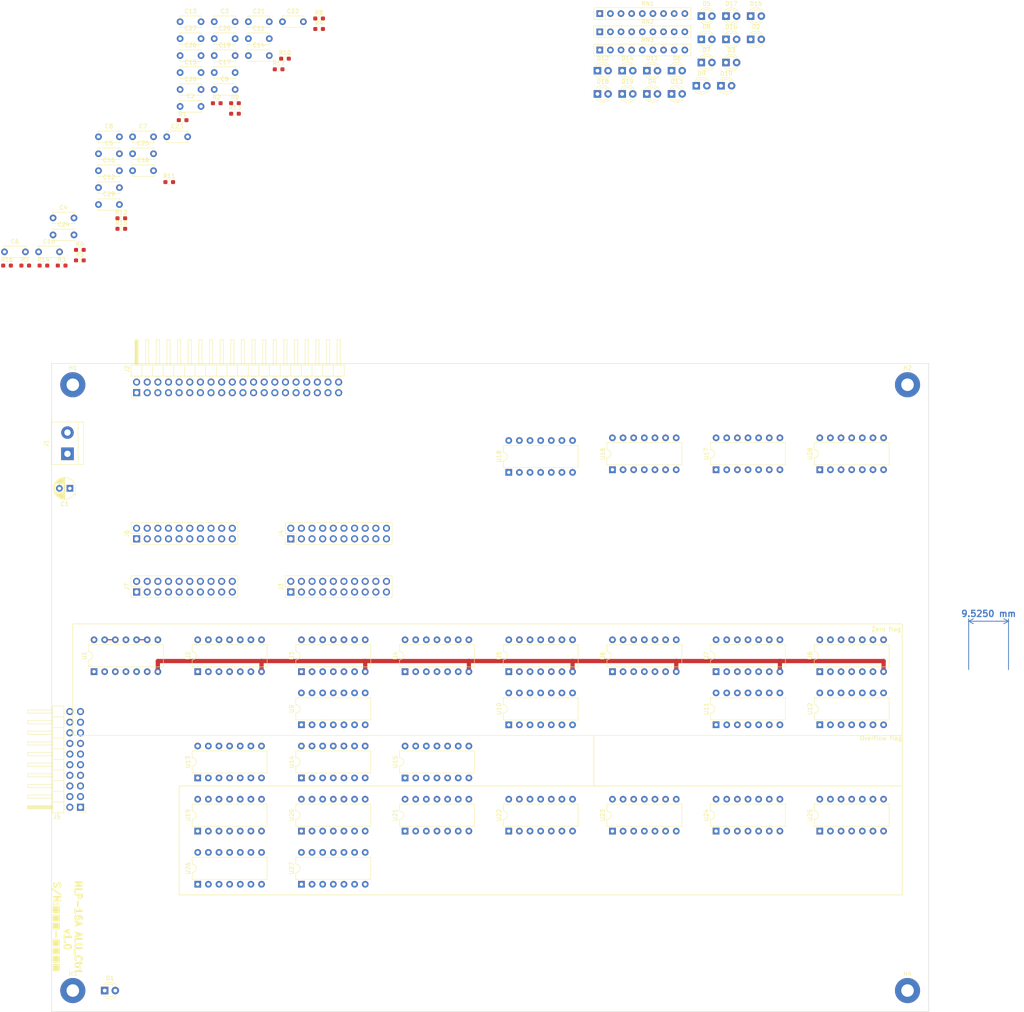
<source format=kicad_pcb>
(kicad_pcb (version 20211014) (generator pcbnew)
  (layers (0 "F.Cu" signal) (31 "B.Cu" signal) (34 "B.Paste" user) (35 "F.Paste" user) (36 "B.SilkS" user "B.Silkscreen") (37 "F.SilkS" user "F.Silkscreen") (38 "B.Mask" user) (39 "F.Mask" user) (44 "Edge.Cuts" user))
  (net 0 "")
  (net 1 "VCC")
  (net 2 "GND")
  (net 3 "Net-(D1-Pad2)")
  (net 4 "Y_BUS15")
  (net 6 "Y_BUS14")
  (net 8 "Y_BUS13")
  (net 10 "Y_BUS12")
  (net 12 "Y_BUS11")
  (net 14 "Y_BUS10")
  (net 16 "Y_BUS9")
  (net 18 "Y_BUS8")
  (net 20 "Y_BUS7")
  (net 22 "Y_BUS6")
  (net 24 "Y_BUS5")
  (net 26 "Y_BUS4")
  (net 28 "Y_Flag_BUS3")
  (net 30 "Y_Flag_BUS2")
  (net 32 "Y_Flag_BUS1")
  (net 34 "Y_Flag_BUS0")
  (net 42 "Y_BUS3")
  (net 43 "Y_BUS2")
  (net 44 "Y_BUS1")
  (net 45 "Y_BUS0")
  (net 48 "carry_flag")
  (net 49 "Y_Flag_sel")
  (net 50 "Ctrl9")
  (net 51 "Ctrl8")
  (net 52 "Ctrl7")
  (net 53 "Ctrl6")
  (net 54 "Ctrl5")
  (net 55 "Ctrl4")
  (net 56 "Ctrl3")
  (net 57 "Ctrl2")
  (net 58 "Ctrl1")
  (net 59 "Ctrl0")
  (net 61 "Net-(J6-Pad6)")
  (net 62 "Net-(J6-Pad7)")
  (net 63 "Net-(J6-Pad8)")
  (net 64 "Net-(J6-Pad9)")
  (net 65 "Net-(J6-Pad10)")
  (net 66 "Net-(J6-Pad11)")
  (net 67 "Net-(J6-Pad12)")
  (net 68 "Net-(J6-Pad14)")
  (net 69 "Cin")
  (net 70 "Net-(J6-Pad16)")
  (net 71 "Lin")
  (net 72 "Net-(J6-Pad18)")
  (net 73 "Rin")
  (net 74 "Net-(J6-Pad20)")
  (net 76 "B_SIGN")
  (net 77 "Net-(J7-Pad6)")
  (net 78 "Net-(J7-Pad8)")
  (net 79 "Lout{slash}A_sign")
  (net 80 "Net-(J7-Pad10)")
  (net 81 "Rout")
  (net 82 "Net-(J7-Pad12)")
  (net 83 "Net-(J7-Pad14)")
  (net 84 "Net-(J7-Pad16)")
  (net 85 "Net-(J7-Pad18)")
  (net 86 "Net-(J7-Pad20)")
  (net 87 "ALU_Ctrl7")
  (net 88 "ALU_Ctrl5")
  (net 89 "ALU_Ctrl3")
  (net 90 "ALU_Ctrl1")
  (net 91 "ALU_Ctrl6")
  (net 92 "ALU_Ctrl4")
  (net 93 "ALU_Ctrl2")
  (net 94 "ALU_Ctrl0")
  (net 95 "Net-(D2-Pad1)")
  (net 96 "Net-(D3-Pad1)")
  (net 97 "Net-(U1-Pad3)")
  (net 98 "Net-(U1-Pad6)")
  (net 99 "Net-(D4-Pad1)")
  (net 100 "Net-(D5-Pad1)")
  (net 101 "Net-(U2-Pad3)")
  (net 102 "Net-(U2-Pad6)")
  (net 103 "Net-(D6-Pad1)")
  (net 104 "Net-(D7-Pad1)")
  (net 105 "Net-(U3-Pad3)")
  (net 106 "Net-(U3-Pad6)")
  (net 107 "Net-(D8-Pad1)")
  (net 108 "Net-(D9-Pad1)")
  (net 109 "Net-(U4-Pad3)")
  (net 110 "Net-(D10-Pad1)")
  (net 111 "Net-(D11-Pad1)")
  (net 112 "Net-(D12-Pad1)")
  (net 113 "Net-(U5-Pad3)")
  (net 114 "Net-(D13-Pad1)")
  (net 115 "Net-(D14-Pad1)")
  (net 116 "Net-(D15-Pad1)")
  (net 117 "Net-(U6-Pad3)")
  (net 118 "Net-(D16-Pad1)")
  (net 119 "Net-(D17-Pad1)")
  (net 120 "Net-(D18-Pad1)")
  (net 121 "Net-(U7-Pad3)")
  (net 122 "Net-(D19-Pad1)")
  (net 123 "C")
  (net 125 "Net-(U8-Pad3)")
  (net 127 "Net-(U9-Pad1)")
  (net 130 "Net-(U10-Pad12)")
  (net 131 "Net-(U10-Pad1)")
  (net 134 "Net-(U1-Pad1)")
  (net 135 "Net-(U1-Pad2)")
  (net 136 "Net-(U2-Pad1)")
  (net 137 "Net-(U2-Pad2)")
  (net 138 "Net-(U3-Pad1)")
  (net 139 "Net-(U12-Pad3)")
  (net 141 "V")
  (net 142 "Net-(U3-Pad2)")
  (net 143 "Net-(U12-Pad10)")
  (net 144 "Z")
  (net 145 "ADD{slash}SUB")
  (net 146 "Net-(U4-Pad1)")
  (net 147 "Net-(U13-Pad6)")
  (net 148 "Net-(U13-Pad8)")
  (net 149 "Net-(U4-Pad2)")
  (net 150 "Net-(U10-Pad13)")
  (net 151 "Net-(U14-Pad6)")
  (net 152 "Net-(U5-Pad1)")
  (net 153 "Net-(U5-Pad2)")
  (net 154 "Net-(U15-Pad6)")
  (net 155 "Net-(U10-Pad10)")
  (net 156 "Net-(U16-Pad3)")
  (net 157 "Net-(U16-Pad6)")
  (net 158 "Net-(U16-Pad8)")
  (net 159 "Net-(U16-Pad11)")
  (net 160 "Net-(U17-Pad3)")
  (net 161 "Net-(U17-Pad6)")
  (net 162 "Net-(U17-Pad8)")
  (net 163 "Net-(U17-Pad11)")
  (net 164 "Net-(U19-Pad3)")
  (net 165 "Net-(U19-Pad6)")
  (net 166 "~C0")
  (net 167 "C0")
  (net 168 "Net-(U20-Pad3)")
  (net 169 "Net-(U20-Pad6)")
  (net 170 "Net-(U6-Pad1)")
  (net 171 "C1")
  (net 172 "Net-(U21-Pad3)")
  (net 173 "C2")
  (net 174 "~C2")
  (net 175 "~C1")
  (net 176 "~C3")
  (net 177 "C3")
  (net 178 "Net-(U6-Pad2)")
  (net 179 "Net-(U23-Pad3)")
  (net 180 "C4")
  (net 181 "Net-(U11-Pad13)")
  (net 182 "C5")
  (net 183 "Net-(U24-Pad3)")
  (net 184 "Net-(U7-Pad1)")
  (net 186 "Net-(U26-Pad3)")
  (net 187 "Net-(U7-Pad2)")
  (net 188 "ROLL")
  (net 189 "Net-(U11-Pad10)")
  (net 190 "Net-(U27-Pad13)")
  (net 191 "Net-(U28-Pad3)")
  (net 192 "Net-(U8-Pad1)")
  (net 193 "Net-(U8-Pad2)")
  (net 194 "Net-(U12-Pad13)")
  (net 195 "Net-(U9-Pad3)")
  (net 196 "Net-(U9-Pad4)")
  (net 197 "Net-(U10-Pad3)")
  (net 198 "Net-(U10-Pad4)")
  (net 199 "Net-(U10-Pad6)")
  (net 200 "Net-(U11-Pad1)")
  (net 201 "Net-(U11-Pad3)")
  (net 202 "Net-(U11-Pad4)")
  (net 203 "Net-(U11-Pad6)")
  (net 204 "Net-(U12-Pad9)")
  (net 205 "Net-(U13-Pad12)")
  (net 206 "Net-(U13-Pad10)")
  (net 207 "Net-(U14-Pad12)")
  (net 208 "Net-(U14-Pad10)")
  (net 209 "Net-(U15-Pad12)")
  (net 210 "Net-(U15-Pad10)")
  (net 211 "Net-(U20-Pad12)")
  (net 212 "Net-(U22-Pad12)")
  (net 213 "Net-(U23-Pad12)")
  (net 214 "Net-(U24-Pad10)")
  (net 215 "Net-(U26-Pad10)")
  (net 216 "Net-(U27-Pad12)")
  (net 217 "Net-(U28-Pad10)")
  (footprint "Package_DIP:DIP-14_W7.62mm" (layer "F.Cu") (at 56.505 116.819999 90)
    (fp_text reference "U13")
    (fp_text value "CD74HC00")
  )
  (footprint "Package_DIP:DIP-14_W7.62mm" (layer "F.Cu") (at 81.27 116.819999 90)
    (fp_text reference "U14")
    (fp_text value "CD74HC00")
  )
  (footprint "Resistor_SMD:R_0603_1608Metric_Pad0.98x0.95mm_HandSolder" (layer "F.Cu") (at 65.405 -44.42)
    (fp_text reference "R9")
    (fp_text value "22")
  )
  (footprint "Package_DIP:DIP-14_W7.62mm" (layer "F.Cu") (at 180.335 104.13 90)
    (fp_text reference "U11")
    (fp_text value "CD74HC00")
  )
  (footprint "LED_THT:LED_D3.0mm" (layer "F.Cu") (at 188.595 -65.24)
    (fp_text reference "D15")
    (fp_text value "LED")
  )
  (footprint "Resistor_SMD:R_0603_1608Metric_Pad0.98x0.95mm_HandSolder" (layer "F.Cu") (at 10.955 -5.62)
    (fp_text reference "R16")
    (fp_text value "22")
  )
  (footprint "Capacitor_THT:C_Disc_D5.0mm_W2.5mm_P5.00mm" (layer "F.Cu") (at 18.505 -8.9)
    (fp_text reference "C10")
    (fp_text value "0.1u")
  )
  (footprint "Resistor_SMD:R_0603_1608Metric_Pad0.98x0.95mm_HandSolder" (layer "F.Cu") (at 85.505 -62.16)
    (fp_text reference "R4")
    (fp_text value "22")
  )
  (footprint "Capacitor_THT:C_Disc_D5.0mm_W2.5mm_P5.00mm" (layer "F.Cu") (at 32.805 -36.4)
    (fp_text reference "C8")
    (fp_text value "0.1u")
  )
  (footprint "Capacitor_THT:C_Disc_D5.0mm_W2.5mm_P5.00mm" (layer "F.Cu") (at 60.455 -55.8)
    (fp_text reference "C19")
    (fp_text value "0.1u")
  )
  (footprint "Capacitor_THT:C_Disc_D5.0mm_W2.5mm_P5.00mm" (layer "F.Cu") (at 52.305 -63.9)
    (fp_text reference "C13")
    (fp_text value "0.1u")
  )
  (footprint "LED_THT:LED_D3.0mm" (layer "F.Cu") (at 169.695 -46.64)
    (fp_text reference "D13")
    (fp_text value "LED")
  )
  (footprint "Capacitor_THT:C_Disc_D5.0mm_W2.5mm_P5.00mm" (layer "F.Cu") (at 32.805 -24.25)
    (fp_text reference "C12")
    (fp_text value "0.1u")
  )
  (footprint "Capacitor_THT:C_Disc_D5.0mm_W2.5mm_P5.00mm" (layer "F.Cu") (at 10.355 -8.9)
    (fp_text reference "C6")
    (fp_text value "0.1u")
  )
  (footprint "Package_DIP:DIP-14_W7.62mm" (layer "F.Cu") (at 130.805 104.14 90)
    (fp_text reference "U10")
    (fp_text value "CD74HC00")
  )
  (footprint "Capacitor_THT:CP_Radial_D5.0mm_P2.50mm" (layer "F.Cu") (at 25.970113 47.625 180)
    (fp_text reference "C1")
    (fp_text value "100u")
  )
  (footprint "Package_DIP:DIP-14_W7.62mm" (layer "F.Cu") (at 81.275 129.53 90)
    (fp_text reference "U20")
    (fp_text value "CD74HC00")
  )
  (footprint "Package_DIP:DIP-14_W7.62mm" (layer "F.Cu") (at 205.1 43.17 90)
    (fp_text reference "U28")
    (fp_text value "CD74HC00")
  )
  (footprint "Package_DIP:DIP-14_W7.62mm" (layer "F.Cu") (at 106.04 91.43 90)
    (fp_text reference "U4")
    (fp_text value "CD74HC00")
  )
  (footprint "Capacitor_THT:C_Disc_D5.0mm_W2.5mm_P5.00mm" (layer "F.Cu") (at 32.805 -28.3)
    (fp_text reference "C16")
    (fp_text value "0.1u")
  )
  (footprint "Capacitor_THT:C_Disc_D5.0mm_W2.5mm_P5.00mm" (layer "F.Cu") (at 52.305 -47.7)
    (fp_text reference "C28")
    (fp_text value "0.1u")
  )
  (footprint "Connector_PinHeader_2.54mm:PinHeader_2x10_P2.54mm_Vertical" (layer "F.Cu") (at 41.91 72.39 90)
    (fp_text reference "J7")
    (fp_text value "Conn_02x10_Counter_Clockwise")
  )
  (footprint "Resistor_SMD:R_0603_1608Metric_Pad0.98x0.95mm_HandSolder" (layer "F.Cu") (at 65.405 -41.91)
    (fp_text reference "R13")
    (fp_text value "22")
  )
  (footprint "Resistor_SMD:R_0603_1608Metric_Pad0.98x0.95mm_HandSolder" (layer "F.Cu") (at 19.655 -5.62)
    (fp_text reference "R14")
    (fp_text value "22")
  )
  (footprint "Package_DIP:DIP-14_W7.62mm" (layer "F.Cu") (at 81.28 142.24 90)
    (fp_text reference "U27")
    (fp_text value "CD74HC00")
  )
  (footprint "Resistor_THT:R_Array_SIP9" (layer "F.Cu") (at 152.545 -61.49)
    (fp_text reference "RN2")
    (fp_text value "R_Network08")
  )
  (footprint "Package_DIP:DIP-14_W7.62mm" (layer "F.Cu") (at 180.335 43.17 90)
    (fp_text reference "U17")
    (fp_text value "CD74HC00")
  )
  (footprint "Resistor_SMD:R_0603_1608Metric_Pad0.98x0.95mm_HandSolder" (layer "F.Cu") (at 61.055 -44.42)
    (fp_text reference "R2")
    (fp_text value "22")
  )
  (footprint "Resistor_SMD:R_0603_1608Metric_Pad0.98x0.95mm_HandSolder" (layer "F.Cu") (at 85.505 -64.67)
    (fp_text reference "R8")
    (fp_text value "22")
  )
  (footprint "LED_THT:LED_D3.0mm" (layer "F.Cu") (at 151.995 -52.19)
    (fp_text reference "D12")
    (fp_text value "LED")
  )
  (footprint "Capacitor_THT:C_Disc_D5.0mm_W2.5mm_P5.00mm" (layer "F.Cu") (at 68.605 -63.9)
    (fp_text reference "C21")
    (fp_text value "0.1u")
  )
  (footprint "LED_THT:LED_D3.0mm" (layer "F.Cu") (at 157.895 -46.64)
    (fp_text reference "D19")
    (fp_text value "LED")
  )
  (footprint "LED_THT:LED_D3.0mm" (layer "F.Cu") (at 176.795 -54.14)
    (fp_text reference "D7")
    (fp_text value "LED")
  )
  (footprint "LED_THT:LED_D3.0mm" (layer "F.Cu") (at 175.595 -48.59)
    (fp_text reference "D9")
    (fp_text value "LED")
  )
  (footprint "Connector_PinHeader_2.54mm:PinHeader_2x20_P2.54mm_Horizontal" (layer "F.Cu") (at 41.91 24.765 90)
    (fp_text reference "J2")
    (fp_text value "Conn_02x20_Odd_Even")
  )
  (footprint "Resistor_SMD:R_0603_1608Metric_Pad0.98x0.95mm_HandSolder" (layer "F.Cu") (at 28.355 -6.86)
    (fp_text reference "R5")
    (fp_text value "22")
  )
  (footprint "Package_DIP:DIP-14_W7.62mm" (layer "F.Cu") (at 205.1 91.43 90)
    (fp_text reference "U8")
    (fp_text value "CD74HC00")
  )
  (footprint "Resistor_SMD:R_0603_1608Metric_Pad0.98x0.95mm_HandSolder" (layer "F.Cu") (at 28.355 -9.37)
    (fp_text reference "R6")
    (fp_text value "22")
  )
  (footprint "Connector_PinHeader_2.54mm:PinHeader_2x10_P2.54mm_Vertical" (layer "F.Cu") (at 78.74 72.39 90)
    (fp_text reference "J3")
    (fp_text value "Conn_02x10_Counter_Clockwise")
  )
  (footprint "LED_THT:LED_D3.0mm" (layer "F.Cu") (at 176.795 -59.69)
    (fp_text reference "D8")
    (fp_text value "LED")
  )
  (footprint "Resistor_SMD:R_0603_1608Metric_Pad0.98x0.95mm_HandSolder" (layer "F.Cu") (at 52.905 -40.37)
    (fp_text reference "R1")
    (fp_text value "470")
  )
  (footprint "Package_DIP:DIP-14_W7.62mm" (layer "F.Cu") (at 155.575 129.54 90)
    (fp_text reference "U23")
    (fp_text value "CD74HC00")
  )
  (footprint "Capacitor_THT:C_Disc_D5.0mm_W2.5mm_P5.00mm" (layer "F.Cu") (at 60.455 -63.9)
    (fp_text reference "C3")
    (fp_text value "0.1u")
  )
  (footprint "Package_DIP:DIP-14_W7.62mm" (layer "F.Cu") (at 56.51 129.53 90)
    (fp_text reference "U19")
    (fp_text value "CD74HC00")
  )
  (footprint "Resistor_SMD:R_0603_1608Metric_Pad0.98x0.95mm_HandSolder" (layer "F.Cu") (at 15.305 -5.62)
    (fp_text reference "R7")
    (fp_text value "22")
  )
  (footprint "TerminalBlock:TerminalBlock_bornier-2_P5.08mm" (layer "F.Cu") (at 25.4 39.37 90)
    (fp_text reference "J1")
    (fp_text value "Screw_Terminal_01x02")
  )
  (footprint "Capacitor_THT:C_Disc_D5.0mm_W2.5mm_P5.00mm" (layer "F.Cu") (at 32.805 -20.2)
    (fp_text reference "C29")
    (fp_text value "0.1u")
  )
  (footprint "Package_DIP:DIP-14_W7.62mm" (layer "F.Cu") (at 106.04 116.829999 90)
    (fp_text reference "U15")
    (fp_text value "CD74HC00")
  )
  (footprint "Resistor_SMD:R_0603_1608Metric_Pad0.98x0.95mm_HandSolder" (layer "F.Cu") (at 49.705 -25.57)
    (fp_text reference "R11")
    (fp_text value "22")
  )
  (footprint "Capacitor_THT:C_Disc_D5.0mm_W2.5mm_P5.00mm" (layer "F.Cu") (at 52.305 -59.85)
    (fp_text reference "C27")
    (fp_text value "0.1u")
  )
  (footprint "Capacitor_THT:C_Disc_D5.0mm_W2.5mm_P5.00mm" (layer "F.Cu") (at 40.955 -28.3)
    (fp_text reference "C18")
    (fp_text value "0.1u")
  )
  (footprint "Package_DIP:DIP-14_W7.62mm" (layer "F.Cu") (at 155.565 43.17 90)
    (fp_text reference "U16")
    (fp_text value "CD74HC00")
  )
  (footprint "Package_DIP:DIP-14_W7.62mm" (layer "F.Cu") (at 106.04 129.53 90)
    (fp_text reference "U21")
    (fp_text value "CD74HC00")
  )
  (footprint "Capacitor_THT:C_Disc_D5.0mm_W2.5mm_P5.00mm" (layer "F.Cu") (at 68.605 -55.8)
    (fp_text reference "C14")
    (fp_text value "0.1u")
  )
  (footprint "LED_THT:LED_D3.0mm" (layer "F.Cu") (at 151.995 -46.64)
    (fp_text reference "D18")
    (fp_text value "LED")
  )
  (footprint "LED_THT:LED_D3.0mm" (layer "F.Cu") (at 181.495 -48.59)
    (fp_text reference "D10")
    (fp_text value "LED")
  )
  (footprint "Capacitor_THT:C_Disc_D5.0mm_W2.5mm_P5.00mm" (layer "F.Cu") (at 21.955 -12.95)
    (fp_text reference "C24")
    (fp_text value "0.1u")
  )
  (footprint "MountingHole:MountingHole_3mm_Pad" (layer "F.Cu") (at 26.67 22.86)
    (fp_text reference "H1")
    (fp_text value "MountingHole_Pad")
  )
  (footprint "MountingHole:MountingHole_3mm_Pad" (layer "F.Cu") (at 226.06 22.86)
    (fp_text reference "H2")
    (fp_text value "MountingHole_Pad")
  )
  (footprint "Capacitor_THT:C_Disc_D5.0mm_W2.5mm_P5.00mm" (layer "F.Cu") (at 68.605 -59.85)
    (fp_text reference "C11")
    (fp_text value "0.1u")
  )
  (footprint "LED_THT:LED_D3.0mm" (layer "F.Cu") (at 182.695 -59.69)
    (fp_text reference "D16")
    (fp_text value "LED")
  )
  (footprint "Package_DIP:DIP-14_W7.62mm" (layer "F.Cu") (at 81.275 104.13 90)
    (fp_text reference "U9")
    (fp_text value "CD74HC00")
  )
  (footprint "Connector_PinHeader_2.54mm:PinHeader_2x10_P2.54mm_Vertical" (layer "F.Cu") (at 41.91 59.69 90)
    (fp_text reference "J6")
    (fp_text value "Conn_02x10_Counter_Clockwise")
  )
  (footprint "LED_THT:LED_D3.0mm" (layer "F.Cu") (at 182.695 -54.14)
    (fp_text reference "D3")
    (fp_text value "LED")
  )
  (footprint "Resistor_SMD:R_0603_1608Metric_Pad0.98x0.95mm_HandSolder" (layer "F.Cu") (at 38.255 -14.41)
    (fp_text reference "R15")
    (fp_text value "22")
  )
  (footprint "Resistor_THT:R_Array_SIP9" (layer "F.Cu") (at 152.545 -65.84)
    (fp_text reference "RN1")
    (fp_text value "R_Network08")
  )
  (footprint "Resistor_THT:R_Array_SIP9" (layer "F.Cu") (at 152.545 -57.14)
    (fp_text reference "RN3")
    (fp_text value "R_Network08")
  )
  (footprint "Package_DIP:DIP-14_W7.62mm" (layer "F.Cu") (at 130.805 43.805 90)
    (fp_text reference "U18")
    (fp_text value "CD74HC00")
  )
  (footprint "Connector_PinHeader_2.54mm:PinHeader_2x10_P2.54mm_Horizontal" (layer "F.Cu") (at 28.51 123.825 180)
    (fp_text reference "J5")
    (fp_text value "Conn_02x10_Counter_Clockwise")
  )
  (footprint "MountingHole:MountingHole_3mm_Pad" (layer "F.Cu") (at 226.06 167.64)
    (fp_text reference "H4")
    (fp_text value "MountingHole_Pad")
  )
  (footprint "Capacitor_THT:C_Disc_D5.0mm_W2.5mm_P5.00mm" (layer "F.Cu") (at 60.455 -59.85)
    (fp_text reference "C20")
    (fp_text value "0.1u")
  )
  (footprint "Resistor_SMD:R_0603_1608Metric_Pad0.98x0.95mm_HandSolder" (layer "F.Cu") (at 75.835 -52.52)
    (fp_text reference "R17")
    (fp_text value "22")
  )
  (footprint "Capacitor_THT:C_Disc_D5.0mm_W2.5mm_P5.00mm" (layer "F.Cu") (at 21.955 -17)
    (fp_text reference "C4")
    (fp_text value "0.1u")
  )
  (footprint "Capacitor_THT:C_Disc_D5.0mm_W2.5mm_P5.00mm" (layer "F.Cu") (at 52.305 -43.65)
    (fp_text reference "C2")
    (fp_text value "0.1u")
  )
  (footprint "Package_DIP:DIP-14_W7.62mm" (layer "F.Cu") (at 56.51 91.43 90)
    (fp_text reference "U2")
    (fp_text value "CD74HC00")
  )
  (footprint "Capacitor_THT:C_Disc_D5.0mm_W2.5mm_P5.00mm" (layer "F.Cu") (at 52.305 -55.8)
    (fp_text reference "C26")
    (fp_text value "0.1u")
  )
  (footprint "Capacitor_THT:C_Disc_D5.0mm_W2.5mm_P5.00mm" (layer "F.Cu") (at 40.955 -32.35)
    (fp_text reference "C25")
    (fp_text value "0.1u")
  )
  (footprint "Resistor_SMD:R_0603_1608Metric_Pad0.98x0.95mm_HandSolder" (layer "F.Cu") (at 38.255 -16.92)
    (fp_text reference "R12")
    (fp_text value "22")
  )
  (footprint "LED_THT:LED_D3.0mm" (layer "F.Cu") (at 188.595 -59.69)
    (fp_text reference "D2")
    (fp_text value "LED")
  )
  (footprint "Capacitor_THT:C_Disc_D5.0mm_W2.5mm_P5.00mm" (layer "F.Cu") (at 32.805 -32.35)
    (fp_text reference "C5")
    (fp_text value "0.1u")
  )
  (footprint "LED_THT:LED_D3.0mm" (layer "F.Cu") (at 182.695 -65.24)
    (fp_text reference "D17")
    (fp_text value "LED")
  )
  (footprint "Package_DIP:DIP-14_W7.62mm" (layer "F.Cu") (at 205.1 129.53 90)
    (fp_text reference "U25")
    (fp_text value "CD74HC00")
  )
  (footprint "Package_DIP:DIP-14_W7.62mm" (layer "F.Cu") (at 130.81 91.43 90)
    (fp_text reference "U5")
    (fp_text value "CD74HC00")
  )
  (footprint "LED_THT:LED_D3.0mm" (layer "F.Cu") (at 169.695 -52.19)
    (fp_text reference "D6")
    (fp_text value "LED")
  )
  (footprint "Package_DIP:DIP-14_W7.62mm" (layer "F.Cu") (at 56.515 142.24 90)
    (fp_text reference "U26")
    (fp_text value "CD74HC00")
  )
  (footprint "Package_DIP:DIP-14_W7.62mm" (layer "F.Cu") (at 130.805 129.53 90)
    (fp_text reference "U22")
    (fp_text value "CD74HC00")
  )
  (footprint "Capacitor_THT:C_Disc_D5.0mm_W2.5mm_P5.00mm" (layer "F.Cu") (at 76.755 -63.9)
    (fp_text reference "C22")
    (fp_text value "0.1u")
  )
  (footprint "LED_THT:LED_D3.0mm" (layer "F.Cu") (at 157.895 -52.19)
    (fp_text reference "D14")
    (fp_text value "LED")
  )
  (footprint "Package_DIP:DIP-14_W7.62mm" (layer "F.Cu") (at 155.575 91.43 90)
    (fp_text reference "U6")
    (fp_text value "CD74HC00")
  )
  (footprint "LED_THT:LED_D3.0mm" (layer "F.Cu") (at 163.795 -52.19)
    (fp_text reference "D11")
    (fp_text value "LED")
  )
  (footprint "Resistor_SMD:R_0603_1608Metric_Pad0.98x0.95mm_HandSolder" (layer "F.Cu") (at 77.355 -55.07)
    (fp_text reference "R10")
    (fp_text value "22")
  )
  (footprint "Package_DIP:DIP-14_W7.62mm" (layer "F.Cu") (at 180.335 129.53 90)
    (fp_text reference "U24")
    (fp_text value "CD74HC00")
  )
  (footprint "Capacitor_THT:C_Disc_D5.0mm_W2.5mm_P5.00mm" (layer "F.Cu") (at 40.955 -36.4)
    (fp_text reference "C7")
    (fp_text value "0.1u")
  )
  (footprint "Package_DIP:DIP-14_W7.62mm" (layer "F.Cu") (at 31.745 91.43 90)
    (fp_text reference "U1")
    (fp_text value "CD74HC00")
  )
  (footprint "Connector_PinHeader_2.54mm:PinHeader_2x10_P2.54mm_Vertical" (layer "F.Cu") (at 78.74 59.69 90)
    (fp_text reference "J4")
    (fp_text value "Conn_02x10_Counter_Clockwise")
  )
  (footprint "Capacitor_THT:C_Disc_D5.0mm_W2.5mm_P5.00mm" (layer "F.Cu") (at 60.455 -51.75)
    (fp_text reference "C17")
    (fp_text value "0.1u")
  )
  (footprint "Resistor_SMD:R_0603_1608Metric_Pad0.98x0.95mm_HandSolder" (layer "F.Cu") (at 24.005 -5.62)
    (fp_text reference "R3")
    (fp_text value "22")
  )
  (footprint "MountingHole:MountingHole_3mm_Pad" (layer "F.Cu") (at 26.67 167.64)
    (fp_text reference "H3")
    (fp_text value "MountingHole_Pad")
  )
  (footprint "Capacitor_THT:C_Disc_D5.0mm_W2.5mm_P5.00mm" (layer "F.Cu") (at 52.305 -51.75)
    (fp_text reference "C15")
    (fp_text value "0.1u")
  )
  (footprint "Package_DIP:DIP-14_W7.62mm" (layer "F.Cu") (at 180.335 91.43 90)
    (fp_text reference "U7")
    (fp_text value "CD74HC00")
  )
  (footprint "Capacitor_THT:C_Disc_D5.0mm_W2.5mm_P5.00mm" (layer "F.Cu") (at 49.105 -36.4)
    (fp_text reference "C23")
    (fp_text value "0.1u")
  )
  (footprint "LED_THT:LED_D3.0mm" (layer "F.Cu") (at 176.795 -65.24)
    (fp_text reference "D5")
    (fp_text value "LED")
  )
  (footprint "Package_DIP:DIP-14_W7.62mm" (layer "F.Cu") (at 81.28 91.43 90)
    (fp_text reference "U3")
    (fp_text value "CD74HC00")
  )
  (footprint "LED_THT:LED_D3.0mm" (layer "F.Cu") (at 34.285 167.64)
    (fp_text reference "D1")
    (fp_text value "LED")
  )
  (footprint "Package_DIP:DIP-14_W7.62mm" (layer "F.Cu") (at 205.1 104.13 90)
    (fp_text reference "U12")
    (fp_text value "CD74HC00")
  )
  (footprint "Capacitor_THT:C_Disc_D5.0mm_W2.5mm_P5.00mm" (layer "F.Cu") (at 60.455 -47.7)
    (fp_text reference "C9")
    (fp_text value "0.1u")
  )
  (footprint "LED_THT:LED_D3.0mm" (layer "F.Cu") (at 163.795 -46.64)
    (fp_text reference "D4")
    (fp_text value "LED")
  )
  (gr_line (start 151.13 106.68) (end 151.13 118.745) (layer "F.SilkS") (width 0.15))
  (gr_line (start 224.79 144.78) (end 224.79 118.745) (layer "F.SilkS") (width 0.15))
  (gr_line (start 224.79 118.745) (end 224.79 106.68) (layer "F.SilkS") (width 0.15))
  (gr_line (start 26.67 80.01) (end 26.67 106.68) (layer "F.SilkS") (width 0.15))
  (gr_line (start 26.67 106.68) (end 224.79 106.68) (layer "F.SilkS") (width 0.15))
  (gr_line (start 52.07 144.78) (end 224.79 144.78) (layer "F.SilkS") (width 0.15))
  (gr_line (start 52.07 118.745) (end 52.07 144.78) (layer "F.SilkS") (width 0.15))
  (gr_line (start 151.13 118.745) (end 224.79 118.745) (layer "F.SilkS") (width 0.15))
  (gr_line (start 152.4 118.745) (end 52.07 118.745) (layer "F.SilkS") (width 0.15))
  (gr_line (start 224.79 80.01) (end 26.67 80.01) (layer "F.SilkS") (width 0.15))
  (gr_line (start 224.79 106.68) (end 224.79 80.01) (layer "F.SilkS") (width 0.15))
  (gr_line (start 231.14 17.78) (end 231.14 172.72) (layer "Edge.Cuts") (width 0.1))
  (gr_line (start 231.14 172.72) (end 21.59 172.72) (layer "Edge.Cuts") (width 0.1))
  (gr_line (start 21.59 17.78) (end 231.14 17.78) (layer "Edge.Cuts") (width 0.1))
  (gr_line (start 21.59 17.78) (end 21.59 172.72) (layer "Edge.Cuts") (width 0.1))
  (gr_text "Zero flag" (at 220.98 81.28) (layer "F.SilkS") (effects (font (size 1 1))))
  (gr_text "NLP-16A ALU_Ctrl\n	v1.0\nS/N:■■■-■■■■" (at 25.4 152.4 270) (layer "F.SilkS") (effects (font (size 1.6 1.6) (thickness 0.4))))
  (gr_text "Overflow flag" (at 219.71 107.315) (layer "F.SilkS") (effects (font (size 1 1))))
  (dimension (type aligned) (layer "B.Cu") (pts (xy 240.665 91.44) (xy 250.19 91.44)) (height -12.065) (gr_text "9.5250 mm" (at 245.4275 77.575) (layer "B.Cu") (effects (font (size 1.5 1.5) (thickness 0.3)))) (format (units 3) (units_format 1) (precision 4)) (style (thickness 0.2) (arrow_length 1.27) (text_position_mode 0) (extension_height 0.58642) (extension_offset 0.5) keep_text_aligned))
  (segment (start 71.755 88.9) (end 96.52 88.9) (width 1.016) (layer "F.Cu") (net 2))
  (segment (start 195.575 88.905) (end 195.575 91.43) (width 1.016) (layer "F.Cu") (net 2))
  (segment (start 195.58 88.9) (end 220.345 88.9) (width 1.016) (layer "F.Cu") (net 2))
  (segment (start 146.05 88.9) (end 146.05 91.43) (width 1.016) (layer "F.Cu") (net 2))
  (segment (start 71.75 88.905) (end 71.75 91.43) (width 1.016) (layer "F.Cu") (net 2))
  (segment (start 170.815 88.9) (end 195.58 88.9) (width 1.016) (layer "F.Cu") (net 2))
  (segment (start 71.755 88.9) (end 71.75 88.905) (width 1.016) (layer "F.Cu") (net 2))
  (segment (start 195.58 88.9) (end 195.575 88.905) (width 1.016) (layer "F.Cu") (net 2))
  (segment (start 121.28 88.905) (end 121.28 91.43) (width 1.016) (layer "F.Cu") (net 2))
  (segment (start 46.985 91.43) (end 46.985 88.905) (width 1.016) (layer "F.Cu") (net 2))
  (segment (start 46.99 88.9) (end 71.755 88.9) (width 1.016) (layer "F.Cu") (net 2))
  (segment (start 96.52 88.9) (end 96.52 91.43) (width 1.016) (layer "F.Cu") (net 2))
  (segment (start 220.34 88.905) (end 220.34 91.43) (width 1.016) (layer "F.Cu") (net 2))
  (segment (start 46.985 88.905) (end 46.99 88.9) (width 1.016) (layer "F.Cu") (net 2))
  (segment (start 121.285 88.9) (end 121.28 88.905) (width 1.016) (layer "F.Cu") (net 2))
  (segment (start 220.345 88.9) (end 220.34 88.905) (width 1.016) (layer "F.Cu") (net 2))
  (segment (start 121.285 88.9) (end 146.05 88.9) (width 1.016) (layer "F.Cu") (net 2))
  (segment (start 170.815 88.9) (end 170.815 91.43) (width 1.016) (layer "F.Cu") (net 2))
  (segment (start 96.52 88.9) (end 121.285 88.9) (width 1.016) (layer "F.Cu") (net 2))
  (segment (start 146.05 88.9) (end 170.815 88.9) (width 1.016) (layer "F.Cu") (net 2))
  (segment (start 34.285 83.81) (end 36.825 83.81) (width 0.25) (layer "F.Cu") (net 4))
  (segment (start 41.905 83.81) (end 44.445 83.81) (width 0.25) (layer "F.Cu") (net 6))
)
</source>
